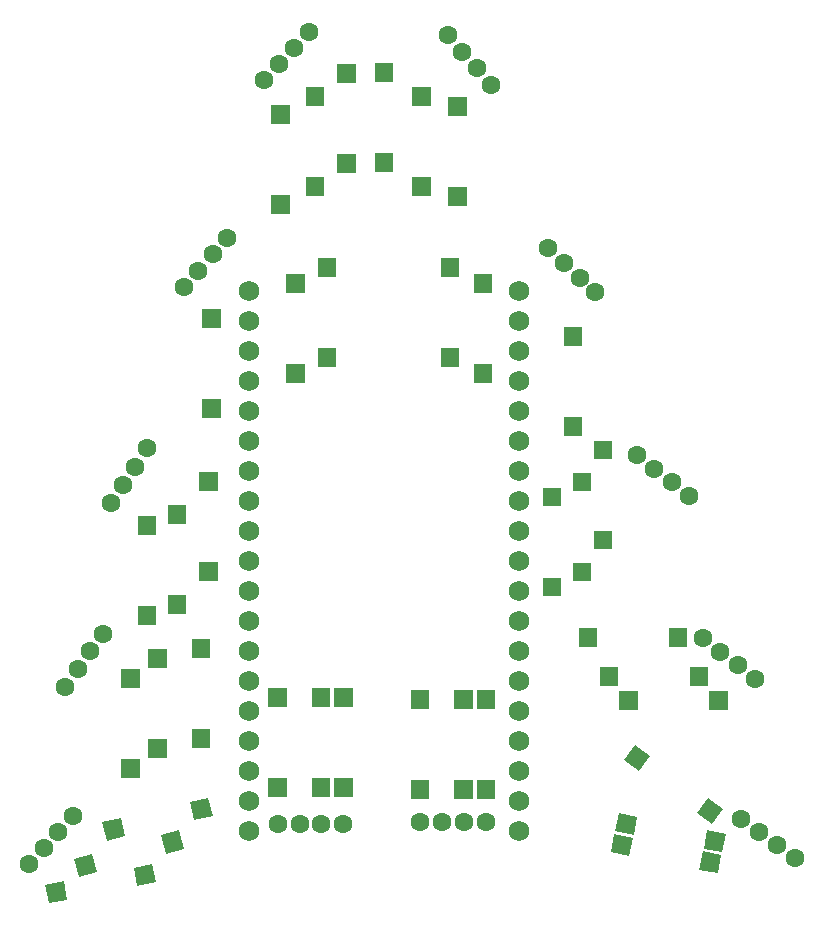
<source format=gts>
G04 Layer: TopSolderMaskLayer*
G04 EasyEDA v6.4.25, 2021-11-28T16:05:41+01:00*
G04 4c1ba96cef074ee2a20bac9ac7328723,10*
G04 Gerber Generator version 0.2*
G04 Scale: 100 percent, Rotated: No, Reflected: No *
G04 Dimensions in millimeters *
G04 leading zeros omitted , absolute positions ,4 integer and 5 decimal *
%FSLAX45Y45*%
%MOMM*%

%ADD20C,1.6032*%
%ADD21R,1.6002X1.6002*%
%ADD22C,1.7272*%

%LPD*%
D20*
G01*
X3209513Y2159000D03*
G01*
X3579489Y2159000D03*
G01*
X3024499Y2159000D03*
G01*
X3394501Y2159000D03*
G01*
X4416013Y2171700D03*
G01*
X4785989Y2171700D03*
G01*
X4230999Y2171700D03*
G01*
X4601001Y2171700D03*
G01*
X7100676Y2086361D03*
G01*
X7399992Y1868896D03*
G01*
X6950997Y2195111D03*
G01*
X7250336Y1977628D03*
G01*
X6772419Y3612939D03*
G01*
X7063963Y3385159D03*
G01*
X6626626Y3726845D03*
G01*
X6918192Y3499050D03*
G01*
X6213619Y5162339D03*
G01*
X6505166Y4934559D03*
G01*
X6067826Y5276245D03*
G01*
X6359392Y5048450D03*
G01*
X5444159Y6908375D03*
G01*
X5714743Y6656052D03*
G01*
X5308848Y7034555D03*
G01*
X5579450Y6782214D03*
G01*
X4588751Y8694148D03*
G01*
X4826566Y8410729D03*
G01*
X4469825Y8835877D03*
G01*
X4707658Y8552441D03*
G01*
X3035724Y8593759D03*
G01*
X3288047Y8864343D03*
G01*
X2909547Y8458448D03*
G01*
X3161885Y8729050D03*
G01*
X2352324Y6839000D03*
G01*
X2595049Y7118222D03*
G01*
X2230942Y6699369D03*
G01*
X2473685Y6978611D03*
G01*
X1713583Y5028725D03*
G01*
X1920471Y5335450D03*
G01*
X1610123Y4875342D03*
G01*
X1817027Y5182087D03*
G01*
X1329938Y3468479D03*
G01*
X1547403Y3767792D03*
G01*
X1221188Y3318797D03*
G01*
X1438671Y3618136D03*
G01*
X1043015Y1950570D03*
G01*
X1290576Y2225514D03*
G01*
X919215Y1813077D03*
G01*
X1166794Y2088040D03*
G36*
X4466590Y8149589D02*
G01*
X4466590Y8309610D01*
X4626609Y8309610D01*
X4626609Y8149589D01*
G37*
G36*
X4466590Y7387589D02*
G01*
X4466590Y7547610D01*
X4626609Y7547610D01*
X4626609Y7387589D01*
G37*
G36*
X4161790Y8238489D02*
G01*
X4161790Y8398510D01*
X4321809Y8398510D01*
X4321809Y8238489D01*
G37*
G36*
X4161790Y7476489D02*
G01*
X4161790Y7636510D01*
X4321809Y7636510D01*
X4321809Y7476489D01*
G37*
G36*
X3844290Y8441689D02*
G01*
X3844290Y8601710D01*
X4004309Y8601710D01*
X4004309Y8441689D01*
G37*
G36*
X3844290Y7679689D02*
G01*
X3844290Y7839710D01*
X4004309Y7839710D01*
X4004309Y7679689D01*
G37*
G36*
X5444490Y6206489D02*
G01*
X5444490Y6366510D01*
X5604509Y6366510D01*
X5604509Y6206489D01*
G37*
G36*
X5444490Y5444489D02*
G01*
X5444490Y5604510D01*
X5604509Y5604510D01*
X5604509Y5444489D01*
G37*
G36*
X4682490Y6650989D02*
G01*
X4682490Y6811010D01*
X4842509Y6811010D01*
X4842509Y6650989D01*
G37*
G36*
X4682490Y5888989D02*
G01*
X4682490Y6049010D01*
X4842509Y6049010D01*
X4842509Y5888989D01*
G37*
G36*
X4403090Y6790689D02*
G01*
X4403090Y6950710D01*
X4563109Y6950710D01*
X4563109Y6790689D01*
G37*
G36*
X4403090Y6028689D02*
G01*
X4403090Y6188710D01*
X4563109Y6188710D01*
X4563109Y6028689D01*
G37*
D21*
G01*
X5778500Y4559300D03*
G01*
X5778500Y5321300D03*
G01*
X5600700Y4292600D03*
G01*
X5600700Y5054600D03*
G01*
X5346700Y4165600D03*
G01*
X5346700Y4927600D03*
G36*
X2967990Y8086089D02*
G01*
X2967990Y8246110D01*
X3128009Y8246110D01*
X3128009Y8086089D01*
G37*
G36*
X2967990Y7324089D02*
G01*
X2967990Y7484110D01*
X3128009Y7484110D01*
X3128009Y7324089D01*
G37*
G36*
X3260090Y8238489D02*
G01*
X3260090Y8398510D01*
X3420109Y8398510D01*
X3420109Y8238489D01*
G37*
G36*
X3260090Y7476489D02*
G01*
X3260090Y7636510D01*
X3420109Y7636510D01*
X3420109Y7476489D01*
G37*
G36*
X3526790Y8428989D02*
G01*
X3526790Y8589010D01*
X3686809Y8589010D01*
X3686809Y8428989D01*
G37*
G36*
X3526790Y7666989D02*
G01*
X3526790Y7827010D01*
X3686809Y7827010D01*
X3686809Y7666989D01*
G37*
G36*
X6676390Y3120389D02*
G01*
X6676390Y3280410D01*
X6836409Y3280410D01*
X6836409Y3120389D01*
G37*
G36*
X5914390Y3120389D02*
G01*
X5914390Y3280410D01*
X6074409Y3280410D01*
X6074409Y3120389D01*
G37*
G36*
X6511290Y3323589D02*
G01*
X6511290Y3483610D01*
X6671309Y3483610D01*
X6671309Y3323589D01*
G37*
G36*
X5749290Y3323589D02*
G01*
X5749290Y3483610D01*
X5909309Y3483610D01*
X5909309Y3323589D01*
G37*
G36*
X6333490Y3653789D02*
G01*
X6333490Y3813810D01*
X6493509Y3813810D01*
X6493509Y3653789D01*
G37*
G36*
X5571490Y3653789D02*
G01*
X5571490Y3813810D01*
X5731509Y3813810D01*
X5731509Y3653789D01*
G37*
G36*
X3361690Y6790689D02*
G01*
X3361690Y6950710D01*
X3521709Y6950710D01*
X3521709Y6790689D01*
G37*
G36*
X3361690Y6028689D02*
G01*
X3361690Y6188710D01*
X3521709Y6188710D01*
X3521709Y6028689D01*
G37*
G36*
X3094990Y6650989D02*
G01*
X3094990Y6811010D01*
X3255009Y6811010D01*
X3255009Y6650989D01*
G37*
G36*
X3094990Y5888989D02*
G01*
X3094990Y6049010D01*
X3255009Y6049010D01*
X3255009Y5888989D01*
G37*
G36*
X2383790Y6358889D02*
G01*
X2383790Y6518910D01*
X2543809Y6518910D01*
X2543809Y6358889D01*
G37*
G36*
X2383790Y5596889D02*
G01*
X2383790Y5756910D01*
X2543809Y5756910D01*
X2543809Y5596889D01*
G37*
G36*
X1837689Y4606289D02*
G01*
X1837689Y4766310D01*
X1997709Y4766310D01*
X1997709Y4606289D01*
G37*
G36*
X1837689Y3844289D02*
G01*
X1837689Y4004310D01*
X1997709Y4004310D01*
X1997709Y3844289D01*
G37*
G36*
X2091690Y4695189D02*
G01*
X2091690Y4855210D01*
X2251709Y4855210D01*
X2251709Y4695189D01*
G37*
G36*
X2091690Y3933189D02*
G01*
X2091690Y4093210D01*
X2251709Y4093210D01*
X2251709Y3933189D01*
G37*
G36*
X2358390Y4974589D02*
G01*
X2358390Y5134610D01*
X2518409Y5134610D01*
X2518409Y4974589D01*
G37*
G36*
X2358390Y4212589D02*
G01*
X2358390Y4372610D01*
X2518409Y4372610D01*
X2518409Y4212589D01*
G37*
G36*
X6701281Y2153412D02*
G01*
X6571995Y2247645D01*
X6665975Y2376931D01*
X6795515Y2282952D01*
G37*
G36*
X6084824Y2601468D02*
G01*
X5955284Y2695447D01*
X6049518Y2824987D01*
X6178804Y2730754D01*
G37*
G36*
X6787388Y1916176D02*
G01*
X6630161Y1946910D01*
X6660641Y2103881D01*
X6817868Y2073402D01*
G37*
G36*
X6039358Y2061718D02*
G01*
X5882131Y2092197D01*
X5912611Y2249423D01*
X6069838Y2218689D01*
G37*
G36*
X6749288Y1738376D02*
G01*
X6592061Y1769110D01*
X6622541Y1926081D01*
X6779768Y1895602D01*
G37*
G36*
X6001258Y1883918D02*
G01*
X5844031Y1914397D01*
X5874511Y2071623D01*
X6031738Y2040889D01*
G37*
G36*
X1697989Y3310889D02*
G01*
X1697989Y3470910D01*
X1858010Y3470910D01*
X1858010Y3310889D01*
G37*
G36*
X1697989Y2548889D02*
G01*
X1697989Y2708910D01*
X1858010Y2708910D01*
X1858010Y2548889D01*
G37*
G36*
X1926589Y3475989D02*
G01*
X1926589Y3636010D01*
X2086609Y3636010D01*
X2086609Y3475989D01*
G37*
G36*
X1926589Y2713989D02*
G01*
X1926589Y2874010D01*
X2086609Y2874010D01*
X2086609Y2713989D01*
G37*
G36*
X2294890Y3564889D02*
G01*
X2294890Y3724910D01*
X2454909Y3724910D01*
X2454909Y3564889D01*
G37*
G36*
X2294890Y2802889D02*
G01*
X2294890Y2962910D01*
X2454909Y2962910D01*
X2454909Y2802889D01*
G37*
G36*
X1086612Y1484376D02*
G01*
X1056131Y1641602D01*
X1213357Y1672081D01*
X1243837Y1515110D01*
G37*
G36*
X1834642Y1629918D02*
G01*
X1804162Y1786889D01*
X1961388Y1817623D01*
X1991868Y1660397D01*
G37*
G36*
X1340612Y1708404D02*
G01*
X1299210Y1863089D01*
X1453895Y1904492D01*
X1495297Y1749805D01*
G37*
G36*
X2076704Y1905507D02*
G01*
X2035302Y2060194D01*
X2189988Y2101595D01*
X2231390Y1946910D01*
G37*
G36*
X1575307Y2015489D02*
G01*
X1539494Y2171445D01*
X1695450Y2207260D01*
X1731263Y2051557D01*
G37*
G36*
X2317750Y2186939D02*
G01*
X2281936Y2342642D01*
X2437891Y2378710D01*
X2473706Y2222754D01*
G37*
G36*
X3501390Y3145789D02*
G01*
X3501390Y3305810D01*
X3661409Y3305810D01*
X3661409Y3145789D01*
G37*
G36*
X3501390Y2383789D02*
G01*
X3501390Y2543810D01*
X3661409Y2543810D01*
X3661409Y2383789D01*
G37*
G36*
X3310890Y3145789D02*
G01*
X3310890Y3305810D01*
X3470909Y3305810D01*
X3470909Y3145789D01*
G37*
G36*
X3310890Y2383789D02*
G01*
X3310890Y2543810D01*
X3470909Y2543810D01*
X3470909Y2383789D01*
G37*
G36*
X2942590Y3145789D02*
G01*
X2942590Y3305810D01*
X3102609Y3305810D01*
X3102609Y3145789D01*
G37*
G36*
X2942590Y2383789D02*
G01*
X2942590Y2543810D01*
X3102609Y2543810D01*
X3102609Y2383789D01*
G37*
G36*
X4707890Y3133089D02*
G01*
X4707890Y3293110D01*
X4867909Y3293110D01*
X4867909Y3133089D01*
G37*
G36*
X4707890Y2371089D02*
G01*
X4707890Y2531110D01*
X4867909Y2531110D01*
X4867909Y2371089D01*
G37*
G36*
X4517390Y3133089D02*
G01*
X4517390Y3293110D01*
X4677409Y3293110D01*
X4677409Y3133089D01*
G37*
G36*
X4517390Y2371089D02*
G01*
X4517390Y2531110D01*
X4677409Y2531110D01*
X4677409Y2371089D01*
G37*
G36*
X4149090Y3133089D02*
G01*
X4149090Y3293110D01*
X4309109Y3293110D01*
X4309109Y3133089D01*
G37*
G36*
X4149090Y2371089D02*
G01*
X4149090Y2531110D01*
X4309109Y2531110D01*
X4309109Y2371089D01*
G37*
D22*
G01*
X2781300Y6667500D03*
G01*
X2781300Y6413500D03*
G01*
X2781300Y6159500D03*
G01*
X2781300Y5905500D03*
G01*
X2781300Y5651500D03*
G01*
X2781300Y5397500D03*
G01*
X2781300Y5143500D03*
G01*
X2781300Y4889500D03*
G01*
X2781300Y4635500D03*
G01*
X2781300Y4381500D03*
G01*
X2781300Y4127500D03*
G01*
X2781300Y3873500D03*
G01*
X2781300Y3619500D03*
G01*
X2781300Y3365500D03*
G01*
X2781300Y3111500D03*
G01*
X2781300Y2857500D03*
G01*
X2781300Y2603500D03*
G01*
X2781300Y2349500D03*
G01*
X2781300Y2095500D03*
G01*
X5067300Y2095500D03*
G01*
X5067300Y2349500D03*
G01*
X5067300Y2603500D03*
G01*
X5067300Y2857500D03*
G01*
X5067300Y3111500D03*
G01*
X5067300Y3365500D03*
G01*
X5067300Y3619500D03*
G01*
X5067300Y3873500D03*
G01*
X5067300Y4127500D03*
G01*
X5067300Y4381500D03*
G01*
X5067300Y4635500D03*
G01*
X5067300Y4889500D03*
G01*
X5067300Y5143500D03*
G01*
X5067300Y5397500D03*
G01*
X5067300Y5651500D03*
G01*
X5067300Y5905500D03*
G01*
X5067300Y6159500D03*
G01*
X5067300Y6413500D03*
G01*
X5067300Y6667500D03*
M02*

</source>
